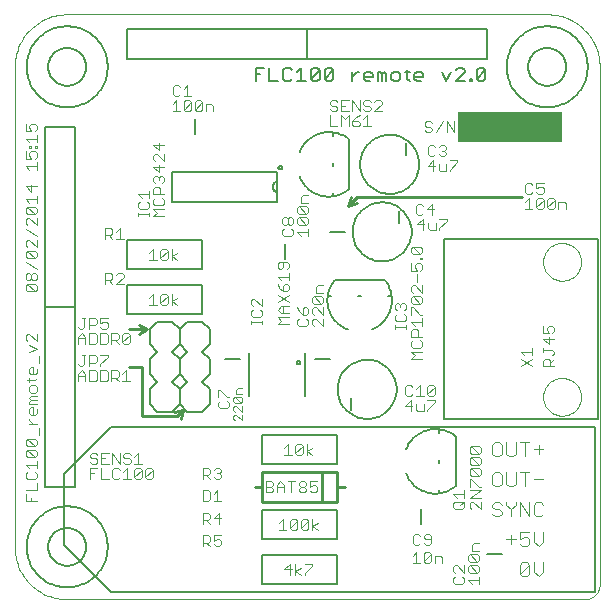
<source format=gto>
G75*
G70*
%OFA0B0*%
%FSLAX24Y24*%
%IPPOS*%
%LPD*%
%AMOC8*
5,1,8,0,0,1.08239X$1,22.5*
%
%ADD10C,0.0000*%
%ADD11C,0.0040*%
%ADD12R,0.3500X0.1000*%
%ADD13C,0.0060*%
%ADD14C,0.0030*%
%ADD15C,0.0100*%
%ADD16C,0.0050*%
%ADD17C,0.0080*%
D10*
X002925Y001175D02*
X020175Y001175D01*
X020219Y001177D01*
X020262Y001183D01*
X020304Y001192D01*
X020346Y001205D01*
X020386Y001222D01*
X020425Y001242D01*
X020462Y001265D01*
X020496Y001292D01*
X020529Y001321D01*
X020558Y001354D01*
X020585Y001388D01*
X020608Y001425D01*
X020628Y001464D01*
X020645Y001504D01*
X020658Y001546D01*
X020667Y001588D01*
X020673Y001631D01*
X020675Y001675D01*
X020675Y018925D01*
X020673Y019008D01*
X020667Y019091D01*
X020657Y019174D01*
X020643Y019256D01*
X020626Y019338D01*
X020604Y019418D01*
X020579Y019497D01*
X020550Y019575D01*
X020517Y019652D01*
X020480Y019727D01*
X020441Y019800D01*
X020397Y019871D01*
X020351Y019940D01*
X020301Y020007D01*
X020248Y020071D01*
X020192Y020133D01*
X020133Y020192D01*
X020071Y020248D01*
X020007Y020301D01*
X019940Y020351D01*
X019871Y020397D01*
X019800Y020441D01*
X019727Y020480D01*
X019652Y020517D01*
X019575Y020550D01*
X019497Y020579D01*
X019418Y020604D01*
X019338Y020626D01*
X019256Y020643D01*
X019174Y020657D01*
X019091Y020667D01*
X019008Y020673D01*
X018925Y020675D01*
X002925Y020675D01*
X002842Y020673D01*
X002759Y020667D01*
X002676Y020657D01*
X002594Y020643D01*
X002512Y020626D01*
X002432Y020604D01*
X002353Y020579D01*
X002275Y020550D01*
X002198Y020517D01*
X002123Y020480D01*
X002050Y020441D01*
X001979Y020397D01*
X001910Y020351D01*
X001843Y020301D01*
X001779Y020248D01*
X001717Y020192D01*
X001658Y020133D01*
X001602Y020071D01*
X001549Y020007D01*
X001499Y019940D01*
X001453Y019871D01*
X001409Y019800D01*
X001370Y019727D01*
X001333Y019652D01*
X001300Y019575D01*
X001271Y019497D01*
X001246Y019418D01*
X001224Y019338D01*
X001207Y019256D01*
X001193Y019174D01*
X001183Y019091D01*
X001177Y019008D01*
X001175Y018925D01*
X001175Y002925D01*
X001177Y002842D01*
X001183Y002759D01*
X001193Y002676D01*
X001207Y002594D01*
X001224Y002512D01*
X001246Y002432D01*
X001271Y002353D01*
X001300Y002275D01*
X001333Y002198D01*
X001370Y002123D01*
X001409Y002050D01*
X001453Y001979D01*
X001499Y001910D01*
X001549Y001843D01*
X001602Y001779D01*
X001658Y001717D01*
X001717Y001658D01*
X001779Y001602D01*
X001843Y001549D01*
X001910Y001499D01*
X001979Y001453D01*
X002050Y001409D01*
X002123Y001370D01*
X002198Y001333D01*
X002275Y001300D01*
X002353Y001271D01*
X002432Y001246D01*
X002512Y001224D01*
X002594Y001207D01*
X002676Y001193D01*
X002759Y001183D01*
X002842Y001177D01*
X002925Y001175D01*
X018795Y007925D02*
X018797Y007975D01*
X018803Y008025D01*
X018813Y008074D01*
X018827Y008122D01*
X018844Y008169D01*
X018865Y008214D01*
X018890Y008258D01*
X018918Y008299D01*
X018950Y008338D01*
X018984Y008375D01*
X019021Y008409D01*
X019061Y008439D01*
X019103Y008466D01*
X019147Y008490D01*
X019193Y008511D01*
X019240Y008527D01*
X019288Y008540D01*
X019338Y008549D01*
X019387Y008554D01*
X019438Y008555D01*
X019488Y008552D01*
X019537Y008545D01*
X019586Y008534D01*
X019634Y008519D01*
X019680Y008501D01*
X019725Y008479D01*
X019768Y008453D01*
X019809Y008424D01*
X019848Y008392D01*
X019884Y008357D01*
X019916Y008319D01*
X019946Y008279D01*
X019973Y008236D01*
X019996Y008192D01*
X020015Y008146D01*
X020031Y008098D01*
X020043Y008049D01*
X020051Y008000D01*
X020055Y007950D01*
X020055Y007900D01*
X020051Y007850D01*
X020043Y007801D01*
X020031Y007752D01*
X020015Y007704D01*
X019996Y007658D01*
X019973Y007614D01*
X019946Y007571D01*
X019916Y007531D01*
X019884Y007493D01*
X019848Y007458D01*
X019809Y007426D01*
X019768Y007397D01*
X019725Y007371D01*
X019680Y007349D01*
X019634Y007331D01*
X019586Y007316D01*
X019537Y007305D01*
X019488Y007298D01*
X019438Y007295D01*
X019387Y007296D01*
X019338Y007301D01*
X019288Y007310D01*
X019240Y007323D01*
X019193Y007339D01*
X019147Y007360D01*
X019103Y007384D01*
X019061Y007411D01*
X019021Y007441D01*
X018984Y007475D01*
X018950Y007512D01*
X018918Y007551D01*
X018890Y007592D01*
X018865Y007636D01*
X018844Y007681D01*
X018827Y007728D01*
X018813Y007776D01*
X018803Y007825D01*
X018797Y007875D01*
X018795Y007925D01*
X018795Y012425D02*
X018797Y012475D01*
X018803Y012525D01*
X018813Y012574D01*
X018827Y012622D01*
X018844Y012669D01*
X018865Y012714D01*
X018890Y012758D01*
X018918Y012799D01*
X018950Y012838D01*
X018984Y012875D01*
X019021Y012909D01*
X019061Y012939D01*
X019103Y012966D01*
X019147Y012990D01*
X019193Y013011D01*
X019240Y013027D01*
X019288Y013040D01*
X019338Y013049D01*
X019387Y013054D01*
X019438Y013055D01*
X019488Y013052D01*
X019537Y013045D01*
X019586Y013034D01*
X019634Y013019D01*
X019680Y013001D01*
X019725Y012979D01*
X019768Y012953D01*
X019809Y012924D01*
X019848Y012892D01*
X019884Y012857D01*
X019916Y012819D01*
X019946Y012779D01*
X019973Y012736D01*
X019996Y012692D01*
X020015Y012646D01*
X020031Y012598D01*
X020043Y012549D01*
X020051Y012500D01*
X020055Y012450D01*
X020055Y012400D01*
X020051Y012350D01*
X020043Y012301D01*
X020031Y012252D01*
X020015Y012204D01*
X019996Y012158D01*
X019973Y012114D01*
X019946Y012071D01*
X019916Y012031D01*
X019884Y011993D01*
X019848Y011958D01*
X019809Y011926D01*
X019768Y011897D01*
X019725Y011871D01*
X019680Y011849D01*
X019634Y011831D01*
X019586Y011816D01*
X019537Y011805D01*
X019488Y011798D01*
X019438Y011795D01*
X019387Y011796D01*
X019338Y011801D01*
X019288Y011810D01*
X019240Y011823D01*
X019193Y011839D01*
X019147Y011860D01*
X019103Y011884D01*
X019061Y011911D01*
X019021Y011941D01*
X018984Y011975D01*
X018950Y012012D01*
X018918Y012051D01*
X018890Y012092D01*
X018865Y012136D01*
X018844Y012181D01*
X018827Y012228D01*
X018813Y012276D01*
X018803Y012325D01*
X018797Y012375D01*
X018795Y012425D01*
D11*
X018743Y014695D02*
X018623Y014695D01*
X018563Y014755D01*
X018563Y014875D02*
X018683Y014935D01*
X018743Y014935D01*
X018804Y014875D01*
X018804Y014755D01*
X018743Y014695D01*
X018563Y014875D02*
X018563Y015055D01*
X018804Y015055D01*
X018435Y014995D02*
X018375Y015055D01*
X018255Y015055D01*
X018195Y014995D01*
X018195Y014755D01*
X018255Y014695D01*
X018375Y014695D01*
X018435Y014755D01*
X015817Y016745D02*
X015817Y017105D01*
X015577Y017105D02*
X015817Y016745D01*
X015577Y016745D02*
X015577Y017105D01*
X015449Y017105D02*
X015208Y016745D01*
X015080Y016805D02*
X015020Y016745D01*
X014900Y016745D01*
X014840Y016805D01*
X014900Y016925D02*
X015020Y016925D01*
X015080Y016865D01*
X015080Y016805D01*
X014900Y016925D02*
X014840Y016985D01*
X014840Y017045D01*
X014900Y017105D01*
X015020Y017105D01*
X015080Y017045D01*
X015125Y016305D02*
X015005Y016305D01*
X014945Y016245D01*
X014945Y016005D01*
X015005Y015945D01*
X015125Y015945D01*
X015185Y016005D01*
X015313Y016005D02*
X015373Y015945D01*
X015493Y015945D01*
X015554Y016005D01*
X015554Y016065D01*
X015493Y016125D01*
X015433Y016125D01*
X015493Y016125D02*
X015554Y016185D01*
X015554Y016245D01*
X015493Y016305D01*
X015373Y016305D01*
X015313Y016245D01*
X015185Y016245D02*
X015125Y016305D01*
X013408Y017445D02*
X013168Y017445D01*
X013408Y017685D01*
X013408Y017745D01*
X013348Y017805D01*
X013228Y017805D01*
X013168Y017745D01*
X013040Y017745D02*
X012980Y017805D01*
X012860Y017805D01*
X012800Y017745D01*
X012800Y017685D01*
X012860Y017625D01*
X012980Y017625D01*
X013040Y017565D01*
X013040Y017505D01*
X012980Y017445D01*
X012860Y017445D01*
X012800Y017505D01*
X012672Y017445D02*
X012432Y017805D01*
X012432Y017445D01*
X012304Y017445D02*
X012063Y017445D01*
X012063Y017805D01*
X012304Y017805D01*
X012183Y017625D02*
X012063Y017625D01*
X011935Y017565D02*
X011935Y017505D01*
X011875Y017445D01*
X011755Y017445D01*
X011695Y017505D01*
X011755Y017625D02*
X011875Y017625D01*
X011935Y017565D01*
X011935Y017745D02*
X011875Y017805D01*
X011755Y017805D01*
X011695Y017745D01*
X011695Y017685D01*
X011755Y017625D01*
X012672Y017445D02*
X012672Y017805D01*
X014605Y014355D02*
X014545Y014295D01*
X014545Y014055D01*
X014605Y013995D01*
X014725Y013995D01*
X014785Y014055D01*
X014913Y014175D02*
X015154Y014175D01*
X015093Y013995D02*
X015093Y014355D01*
X014913Y014175D01*
X014785Y014295D02*
X014725Y014355D01*
X014605Y014355D01*
X014145Y011049D02*
X014205Y010989D01*
X014205Y010869D01*
X014145Y010809D01*
X014145Y010681D02*
X014205Y010621D01*
X014205Y010501D01*
X014145Y010441D01*
X013905Y010441D01*
X013845Y010501D01*
X013845Y010621D01*
X013905Y010681D01*
X013905Y010809D02*
X013845Y010869D01*
X013845Y010989D01*
X013905Y011049D01*
X013965Y011049D01*
X014025Y010989D01*
X014085Y011049D01*
X014145Y011049D01*
X014025Y010989D02*
X014025Y010929D01*
X014205Y010315D02*
X014205Y010195D01*
X014205Y010255D02*
X013845Y010255D01*
X013845Y010195D02*
X013845Y010315D01*
X014255Y008305D02*
X014195Y008245D01*
X014195Y008005D01*
X014255Y007945D01*
X014375Y007945D01*
X014435Y008005D01*
X014563Y007945D02*
X014804Y007945D01*
X014683Y007945D02*
X014683Y008305D01*
X014563Y008185D01*
X014435Y008245D02*
X014375Y008305D01*
X014255Y008305D01*
X014932Y008245D02*
X014932Y008005D01*
X015172Y008245D01*
X015172Y008005D01*
X015112Y007945D01*
X014992Y007945D01*
X014932Y008005D01*
X014932Y008245D02*
X014992Y008305D01*
X015112Y008305D01*
X015172Y008245D01*
X017103Y006329D02*
X017103Y006022D01*
X017180Y005945D01*
X017334Y005945D01*
X017410Y006022D01*
X017410Y006329D01*
X017334Y006405D01*
X017180Y006405D01*
X017103Y006329D01*
X017564Y006405D02*
X017564Y006022D01*
X017641Y005945D01*
X017794Y005945D01*
X017871Y006022D01*
X017871Y006405D01*
X018024Y006405D02*
X018331Y006405D01*
X018178Y006405D02*
X018178Y005945D01*
X018485Y006175D02*
X018792Y006175D01*
X018638Y006329D02*
X018638Y006022D01*
X018331Y005405D02*
X018024Y005405D01*
X017871Y005405D02*
X017871Y005022D01*
X017794Y004945D01*
X017641Y004945D01*
X017564Y005022D01*
X017564Y005405D01*
X017410Y005329D02*
X017334Y005405D01*
X017180Y005405D01*
X017103Y005329D01*
X017103Y005022D01*
X017180Y004945D01*
X017334Y004945D01*
X017410Y005022D01*
X017410Y005329D01*
X018178Y005405D02*
X018178Y004945D01*
X018485Y005175D02*
X018792Y005175D01*
X018715Y004405D02*
X018561Y004405D01*
X018485Y004329D01*
X018485Y004022D01*
X018561Y003945D01*
X018715Y003945D01*
X018792Y004022D01*
X018792Y004329D02*
X018715Y004405D01*
X018331Y004405D02*
X018331Y003945D01*
X018024Y004405D01*
X018024Y003945D01*
X017717Y003945D02*
X017717Y004175D01*
X017871Y004329D01*
X017871Y004405D01*
X017717Y004175D02*
X017564Y004329D01*
X017564Y004405D01*
X017410Y004329D02*
X017334Y004405D01*
X017180Y004405D01*
X017103Y004329D01*
X017103Y004252D01*
X017180Y004175D01*
X017334Y004175D01*
X017410Y004098D01*
X017410Y004022D01*
X017334Y003945D01*
X017180Y003945D01*
X017103Y004022D01*
X017717Y003329D02*
X017717Y003022D01*
X017564Y003175D02*
X017871Y003175D01*
X018024Y003175D02*
X018178Y003252D01*
X018254Y003252D01*
X018331Y003175D01*
X018331Y003022D01*
X018254Y002945D01*
X018101Y002945D01*
X018024Y003022D01*
X018024Y003175D02*
X018024Y003405D01*
X018331Y003405D01*
X018485Y003405D02*
X018485Y003098D01*
X018638Y002945D01*
X018792Y003098D01*
X018792Y003405D01*
X018792Y002405D02*
X018792Y002098D01*
X018638Y001945D01*
X018485Y002098D01*
X018485Y002405D01*
X018331Y002329D02*
X018024Y002022D01*
X018101Y001945D01*
X018254Y001945D01*
X018331Y002022D01*
X018331Y002329D01*
X018254Y002405D01*
X018101Y002405D01*
X018024Y002329D01*
X018024Y002022D01*
X016155Y002063D02*
X015915Y002304D01*
X015855Y002304D01*
X015795Y002243D01*
X015795Y002123D01*
X015855Y002063D01*
X015855Y001935D02*
X015795Y001875D01*
X015795Y001755D01*
X015855Y001695D01*
X016095Y001695D01*
X016155Y001755D01*
X016155Y001875D01*
X016095Y001935D01*
X016155Y002063D02*
X016155Y002304D01*
X015054Y003055D02*
X015054Y003295D01*
X014993Y003355D01*
X014873Y003355D01*
X014813Y003295D01*
X014813Y003235D01*
X014873Y003175D01*
X015054Y003175D01*
X015054Y003055D02*
X014993Y002995D01*
X014873Y002995D01*
X014813Y003055D01*
X014685Y003055D02*
X014625Y002995D01*
X014505Y002995D01*
X014445Y003055D01*
X014445Y003295D01*
X014505Y003355D01*
X014625Y003355D01*
X014685Y003295D01*
X015795Y004255D02*
X015795Y004375D01*
X015855Y004435D01*
X016095Y004435D01*
X016155Y004375D01*
X016155Y004255D01*
X016095Y004195D01*
X015855Y004195D01*
X015795Y004255D01*
X016035Y004315D02*
X016155Y004435D01*
X016155Y004563D02*
X016155Y004804D01*
X016155Y004683D02*
X015795Y004683D01*
X015915Y004563D01*
X018045Y008945D02*
X018405Y009185D01*
X018405Y009313D02*
X018405Y009554D01*
X018405Y009433D02*
X018045Y009433D01*
X018165Y009313D01*
X018045Y009185D02*
X018405Y008945D01*
X010955Y010355D02*
X010955Y010475D01*
X010895Y010535D01*
X010895Y010663D02*
X010955Y010723D01*
X010955Y010843D01*
X010895Y010904D01*
X010835Y010904D01*
X010775Y010843D01*
X010775Y010663D01*
X010895Y010663D01*
X010775Y010663D02*
X010655Y010783D01*
X010595Y010904D01*
X010655Y010535D02*
X010595Y010475D01*
X010595Y010355D01*
X010655Y010295D01*
X010895Y010295D01*
X010955Y010355D01*
X009405Y010345D02*
X009405Y010465D01*
X009405Y010405D02*
X009045Y010405D01*
X009045Y010345D02*
X009045Y010465D01*
X009105Y010591D02*
X009045Y010651D01*
X009045Y010771D01*
X009105Y010831D01*
X009105Y010959D02*
X009045Y011019D01*
X009045Y011139D01*
X009105Y011199D01*
X009165Y011199D01*
X009405Y010959D01*
X009405Y011199D01*
X009345Y010831D02*
X009405Y010771D01*
X009405Y010651D01*
X009345Y010591D01*
X009105Y010591D01*
X008005Y008154D02*
X008245Y007913D01*
X008305Y007913D01*
X008245Y007785D02*
X008305Y007725D01*
X008305Y007605D01*
X008245Y007545D01*
X008005Y007545D01*
X007945Y007605D01*
X007945Y007725D01*
X008005Y007785D01*
X007945Y007913D02*
X007945Y008154D01*
X008005Y008154D01*
X005288Y006055D02*
X005288Y005695D01*
X005168Y005695D02*
X005408Y005695D01*
X005168Y005935D02*
X005288Y006055D01*
X005040Y005995D02*
X004980Y006055D01*
X004860Y006055D01*
X004800Y005995D01*
X004800Y005935D01*
X004860Y005875D01*
X004980Y005875D01*
X005040Y005815D01*
X005040Y005755D01*
X004980Y005695D01*
X004860Y005695D01*
X004800Y005755D01*
X004672Y005695D02*
X004672Y006055D01*
X004432Y006055D02*
X004432Y005695D01*
X004304Y005695D02*
X004063Y005695D01*
X004063Y006055D01*
X004304Y006055D01*
X004432Y006055D02*
X004672Y005695D01*
X004183Y005875D02*
X004063Y005875D01*
X003935Y005815D02*
X003935Y005755D01*
X003875Y005695D01*
X003755Y005695D01*
X003695Y005755D01*
X003755Y005875D02*
X003875Y005875D01*
X003935Y005815D01*
X003935Y005995D02*
X003875Y006055D01*
X003755Y006055D01*
X003695Y005995D01*
X003695Y005935D01*
X003755Y005875D01*
X003663Y008945D02*
X003663Y009305D01*
X003843Y009305D01*
X003904Y009245D01*
X003904Y009125D01*
X003843Y009065D01*
X003663Y009065D01*
X003475Y009005D02*
X003415Y008945D01*
X003355Y008945D01*
X003295Y009005D01*
X003475Y009005D02*
X003475Y009305D01*
X003415Y009305D02*
X003535Y009305D01*
X004032Y009305D02*
X004272Y009305D01*
X004272Y009245D01*
X004032Y009005D01*
X004032Y008945D01*
X004092Y010195D02*
X004032Y010255D01*
X004092Y010195D02*
X004212Y010195D01*
X004272Y010255D01*
X004272Y010375D01*
X004212Y010435D01*
X004152Y010435D01*
X004032Y010375D01*
X004032Y010555D01*
X004272Y010555D01*
X003904Y010495D02*
X003904Y010375D01*
X003843Y010315D01*
X003663Y010315D01*
X003663Y010195D02*
X003663Y010555D01*
X003843Y010555D01*
X003904Y010495D01*
X003535Y010555D02*
X003415Y010555D01*
X003475Y010555D02*
X003475Y010255D01*
X003415Y010195D01*
X003355Y010195D01*
X003295Y010255D01*
X004195Y011695D02*
X004195Y012055D01*
X004375Y012055D01*
X004435Y011995D01*
X004435Y011875D01*
X004375Y011815D01*
X004195Y011815D01*
X004315Y011815D02*
X004435Y011695D01*
X004563Y011695D02*
X004804Y011935D01*
X004804Y011995D01*
X004743Y012055D01*
X004623Y012055D01*
X004563Y011995D01*
X004563Y011695D02*
X004804Y011695D01*
X004804Y013195D02*
X004563Y013195D01*
X004683Y013195D02*
X004683Y013555D01*
X004563Y013435D01*
X004435Y013375D02*
X004375Y013315D01*
X004195Y013315D01*
X004195Y013195D02*
X004195Y013555D01*
X004375Y013555D01*
X004435Y013495D01*
X004435Y013375D01*
X004315Y013315D02*
X004435Y013195D01*
X005295Y013945D02*
X005295Y014065D01*
X005295Y014005D02*
X005655Y014005D01*
X005655Y013945D02*
X005655Y014065D01*
X005595Y014191D02*
X005655Y014251D01*
X005655Y014371D01*
X005595Y014431D01*
X005655Y014559D02*
X005655Y014799D01*
X005655Y014679D02*
X005295Y014679D01*
X005415Y014559D01*
X005355Y014431D02*
X005295Y014371D01*
X005295Y014251D01*
X005355Y014191D01*
X005595Y014191D01*
X006505Y017945D02*
X006625Y017945D01*
X006685Y018005D01*
X006813Y017945D02*
X007054Y017945D01*
X006933Y017945D02*
X006933Y018305D01*
X006813Y018185D01*
X006685Y018245D02*
X006625Y018305D01*
X006505Y018305D01*
X006445Y018245D01*
X006445Y018005D01*
X006505Y017945D01*
X010155Y013904D02*
X010215Y013904D01*
X010275Y013843D01*
X010275Y013723D01*
X010215Y013663D01*
X010155Y013663D01*
X010095Y013723D01*
X010095Y013843D01*
X010155Y013904D01*
X010275Y013843D02*
X010335Y013904D01*
X010395Y013904D01*
X010455Y013843D01*
X010455Y013723D01*
X010395Y013663D01*
X010335Y013663D01*
X010275Y013723D01*
X010395Y013535D02*
X010455Y013475D01*
X010455Y013355D01*
X010395Y013295D01*
X010155Y013295D01*
X010095Y013355D01*
X010095Y013475D01*
X010155Y013535D01*
X007993Y005555D02*
X008054Y005495D01*
X008054Y005435D01*
X007993Y005375D01*
X008054Y005315D01*
X008054Y005255D01*
X007993Y005195D01*
X007873Y005195D01*
X007813Y005255D01*
X007685Y005195D02*
X007565Y005315D01*
X007625Y005315D02*
X007445Y005315D01*
X007445Y005195D02*
X007445Y005555D01*
X007625Y005555D01*
X007685Y005495D01*
X007685Y005375D01*
X007625Y005315D01*
X007813Y005495D02*
X007873Y005555D01*
X007993Y005555D01*
X007993Y005375D02*
X007933Y005375D01*
X007933Y004805D02*
X007813Y004685D01*
X007685Y004745D02*
X007625Y004805D01*
X007445Y004805D01*
X007445Y004445D01*
X007625Y004445D01*
X007685Y004505D01*
X007685Y004745D01*
X007933Y004805D02*
X007933Y004445D01*
X007813Y004445D02*
X008054Y004445D01*
X007993Y004055D02*
X007813Y003875D01*
X008054Y003875D01*
X007993Y003695D02*
X007993Y004055D01*
X007685Y003995D02*
X007685Y003875D01*
X007625Y003815D01*
X007445Y003815D01*
X007445Y003695D02*
X007445Y004055D01*
X007625Y004055D01*
X007685Y003995D01*
X007565Y003815D02*
X007685Y003695D01*
X007625Y003305D02*
X007445Y003305D01*
X007445Y002945D01*
X007445Y003065D02*
X007625Y003065D01*
X007685Y003125D01*
X007685Y003245D01*
X007625Y003305D01*
X007813Y003305D02*
X007813Y003125D01*
X007933Y003185D01*
X007993Y003185D01*
X008054Y003125D01*
X008054Y003005D01*
X007993Y002945D01*
X007873Y002945D01*
X007813Y003005D01*
X007685Y002945D02*
X007565Y003065D01*
X007813Y003305D02*
X008054Y003305D01*
D12*
X017675Y016925D03*
D13*
X016791Y018455D02*
X016645Y018455D01*
X016571Y018528D01*
X016865Y018822D01*
X016865Y018528D01*
X016791Y018455D01*
X016571Y018528D02*
X016571Y018822D01*
X016645Y018895D01*
X016791Y018895D01*
X016865Y018822D01*
X016414Y018528D02*
X016414Y018455D01*
X016341Y018455D01*
X016341Y018528D01*
X016414Y018528D01*
X016174Y018455D02*
X015881Y018455D01*
X016174Y018749D01*
X016174Y018822D01*
X016101Y018895D01*
X015954Y018895D01*
X015881Y018822D01*
X015714Y018749D02*
X015567Y018455D01*
X015420Y018749D01*
X014793Y018675D02*
X014793Y018602D01*
X014500Y018602D01*
X014500Y018675D02*
X014573Y018749D01*
X014720Y018749D01*
X014793Y018675D01*
X014720Y018455D02*
X014573Y018455D01*
X014500Y018528D01*
X014500Y018675D01*
X014339Y018749D02*
X014193Y018749D01*
X014266Y018822D02*
X014266Y018528D01*
X014339Y018455D01*
X014026Y018528D02*
X014026Y018675D01*
X013952Y018749D01*
X013806Y018749D01*
X013732Y018675D01*
X013732Y018528D01*
X013806Y018455D01*
X013952Y018455D01*
X014026Y018528D01*
X013565Y018455D02*
X013565Y018675D01*
X013492Y018749D01*
X013419Y018675D01*
X013419Y018455D01*
X013272Y018455D02*
X013272Y018749D01*
X013345Y018749D01*
X013419Y018675D01*
X013105Y018675D02*
X013105Y018602D01*
X012811Y018602D01*
X012811Y018675D02*
X012885Y018749D01*
X013032Y018749D01*
X013105Y018675D01*
X013032Y018455D02*
X012885Y018455D01*
X012811Y018528D01*
X012811Y018675D01*
X012648Y018749D02*
X012575Y018749D01*
X012428Y018602D01*
X012428Y018455D02*
X012428Y018749D01*
X011801Y018822D02*
X011801Y018528D01*
X011727Y018455D01*
X011580Y018455D01*
X011507Y018528D01*
X011801Y018822D01*
X011727Y018895D01*
X011580Y018895D01*
X011507Y018822D01*
X011507Y018528D01*
X011340Y018528D02*
X011267Y018455D01*
X011120Y018455D01*
X011047Y018528D01*
X011340Y018822D01*
X011340Y018528D01*
X011047Y018528D02*
X011047Y018822D01*
X011120Y018895D01*
X011267Y018895D01*
X011340Y018822D01*
X010880Y018455D02*
X010586Y018455D01*
X010733Y018455D02*
X010733Y018895D01*
X010586Y018749D01*
X010419Y018822D02*
X010346Y018895D01*
X010199Y018895D01*
X010126Y018822D01*
X010126Y018528D01*
X010199Y018455D01*
X010346Y018455D01*
X010419Y018528D01*
X009959Y018455D02*
X009665Y018455D01*
X009665Y018895D01*
X009499Y018895D02*
X009205Y018895D01*
X009205Y018455D01*
X009205Y018675D02*
X009352Y018675D01*
X009925Y015425D02*
X006425Y015425D01*
X006425Y014425D01*
X009925Y014425D01*
X009925Y014725D01*
X009925Y015125D01*
X009925Y015425D01*
X008995Y009385D02*
X008995Y007965D01*
X010855Y007965D02*
X010855Y009385D01*
X001575Y002925D02*
X001577Y002998D01*
X001583Y003071D01*
X001593Y003143D01*
X001607Y003215D01*
X001624Y003286D01*
X001646Y003356D01*
X001671Y003425D01*
X001700Y003492D01*
X001732Y003557D01*
X001768Y003621D01*
X001808Y003683D01*
X001850Y003742D01*
X001896Y003799D01*
X001945Y003853D01*
X001997Y003905D01*
X002051Y003954D01*
X002108Y004000D01*
X002167Y004042D01*
X002229Y004082D01*
X002293Y004118D01*
X002358Y004150D01*
X002425Y004179D01*
X002494Y004204D01*
X002564Y004226D01*
X002635Y004243D01*
X002707Y004257D01*
X002779Y004267D01*
X002852Y004273D01*
X002925Y004275D01*
X002998Y004273D01*
X003071Y004267D01*
X003143Y004257D01*
X003215Y004243D01*
X003286Y004226D01*
X003356Y004204D01*
X003425Y004179D01*
X003492Y004150D01*
X003557Y004118D01*
X003621Y004082D01*
X003683Y004042D01*
X003742Y004000D01*
X003799Y003954D01*
X003853Y003905D01*
X003905Y003853D01*
X003954Y003799D01*
X004000Y003742D01*
X004042Y003683D01*
X004082Y003621D01*
X004118Y003557D01*
X004150Y003492D01*
X004179Y003425D01*
X004204Y003356D01*
X004226Y003286D01*
X004243Y003215D01*
X004257Y003143D01*
X004267Y003071D01*
X004273Y002998D01*
X004275Y002925D01*
X004273Y002852D01*
X004267Y002779D01*
X004257Y002707D01*
X004243Y002635D01*
X004226Y002564D01*
X004204Y002494D01*
X004179Y002425D01*
X004150Y002358D01*
X004118Y002293D01*
X004082Y002229D01*
X004042Y002167D01*
X004000Y002108D01*
X003954Y002051D01*
X003905Y001997D01*
X003853Y001945D01*
X003799Y001896D01*
X003742Y001850D01*
X003683Y001808D01*
X003621Y001768D01*
X003557Y001732D01*
X003492Y001700D01*
X003425Y001671D01*
X003356Y001646D01*
X003286Y001624D01*
X003215Y001607D01*
X003143Y001593D01*
X003071Y001583D01*
X002998Y001577D01*
X002925Y001575D01*
X002852Y001577D01*
X002779Y001583D01*
X002707Y001593D01*
X002635Y001607D01*
X002564Y001624D01*
X002494Y001646D01*
X002425Y001671D01*
X002358Y001700D01*
X002293Y001732D01*
X002229Y001768D01*
X002167Y001808D01*
X002108Y001850D01*
X002051Y001896D01*
X001997Y001945D01*
X001945Y001997D01*
X001896Y002051D01*
X001850Y002108D01*
X001808Y002167D01*
X001768Y002229D01*
X001732Y002293D01*
X001700Y002358D01*
X001671Y002425D01*
X001646Y002494D01*
X001624Y002564D01*
X001607Y002635D01*
X001593Y002707D01*
X001583Y002779D01*
X001577Y002852D01*
X001575Y002925D01*
X001575Y018925D02*
X001577Y018998D01*
X001583Y019071D01*
X001593Y019143D01*
X001607Y019215D01*
X001624Y019286D01*
X001646Y019356D01*
X001671Y019425D01*
X001700Y019492D01*
X001732Y019557D01*
X001768Y019621D01*
X001808Y019683D01*
X001850Y019742D01*
X001896Y019799D01*
X001945Y019853D01*
X001997Y019905D01*
X002051Y019954D01*
X002108Y020000D01*
X002167Y020042D01*
X002229Y020082D01*
X002293Y020118D01*
X002358Y020150D01*
X002425Y020179D01*
X002494Y020204D01*
X002564Y020226D01*
X002635Y020243D01*
X002707Y020257D01*
X002779Y020267D01*
X002852Y020273D01*
X002925Y020275D01*
X002998Y020273D01*
X003071Y020267D01*
X003143Y020257D01*
X003215Y020243D01*
X003286Y020226D01*
X003356Y020204D01*
X003425Y020179D01*
X003492Y020150D01*
X003557Y020118D01*
X003621Y020082D01*
X003683Y020042D01*
X003742Y020000D01*
X003799Y019954D01*
X003853Y019905D01*
X003905Y019853D01*
X003954Y019799D01*
X004000Y019742D01*
X004042Y019683D01*
X004082Y019621D01*
X004118Y019557D01*
X004150Y019492D01*
X004179Y019425D01*
X004204Y019356D01*
X004226Y019286D01*
X004243Y019215D01*
X004257Y019143D01*
X004267Y019071D01*
X004273Y018998D01*
X004275Y018925D01*
X004273Y018852D01*
X004267Y018779D01*
X004257Y018707D01*
X004243Y018635D01*
X004226Y018564D01*
X004204Y018494D01*
X004179Y018425D01*
X004150Y018358D01*
X004118Y018293D01*
X004082Y018229D01*
X004042Y018167D01*
X004000Y018108D01*
X003954Y018051D01*
X003905Y017997D01*
X003853Y017945D01*
X003799Y017896D01*
X003742Y017850D01*
X003683Y017808D01*
X003621Y017768D01*
X003557Y017732D01*
X003492Y017700D01*
X003425Y017671D01*
X003356Y017646D01*
X003286Y017624D01*
X003215Y017607D01*
X003143Y017593D01*
X003071Y017583D01*
X002998Y017577D01*
X002925Y017575D01*
X002852Y017577D01*
X002779Y017583D01*
X002707Y017593D01*
X002635Y017607D01*
X002564Y017624D01*
X002494Y017646D01*
X002425Y017671D01*
X002358Y017700D01*
X002293Y017732D01*
X002229Y017768D01*
X002167Y017808D01*
X002108Y017850D01*
X002051Y017896D01*
X001997Y017945D01*
X001945Y017997D01*
X001896Y018051D01*
X001850Y018108D01*
X001808Y018167D01*
X001768Y018229D01*
X001732Y018293D01*
X001700Y018358D01*
X001671Y018425D01*
X001646Y018494D01*
X001624Y018564D01*
X001607Y018635D01*
X001593Y018707D01*
X001583Y018779D01*
X001577Y018852D01*
X001575Y018925D01*
X017575Y018925D02*
X017577Y018998D01*
X017583Y019071D01*
X017593Y019143D01*
X017607Y019215D01*
X017624Y019286D01*
X017646Y019356D01*
X017671Y019425D01*
X017700Y019492D01*
X017732Y019557D01*
X017768Y019621D01*
X017808Y019683D01*
X017850Y019742D01*
X017896Y019799D01*
X017945Y019853D01*
X017997Y019905D01*
X018051Y019954D01*
X018108Y020000D01*
X018167Y020042D01*
X018229Y020082D01*
X018293Y020118D01*
X018358Y020150D01*
X018425Y020179D01*
X018494Y020204D01*
X018564Y020226D01*
X018635Y020243D01*
X018707Y020257D01*
X018779Y020267D01*
X018852Y020273D01*
X018925Y020275D01*
X018998Y020273D01*
X019071Y020267D01*
X019143Y020257D01*
X019215Y020243D01*
X019286Y020226D01*
X019356Y020204D01*
X019425Y020179D01*
X019492Y020150D01*
X019557Y020118D01*
X019621Y020082D01*
X019683Y020042D01*
X019742Y020000D01*
X019799Y019954D01*
X019853Y019905D01*
X019905Y019853D01*
X019954Y019799D01*
X020000Y019742D01*
X020042Y019683D01*
X020082Y019621D01*
X020118Y019557D01*
X020150Y019492D01*
X020179Y019425D01*
X020204Y019356D01*
X020226Y019286D01*
X020243Y019215D01*
X020257Y019143D01*
X020267Y019071D01*
X020273Y018998D01*
X020275Y018925D01*
X020273Y018852D01*
X020267Y018779D01*
X020257Y018707D01*
X020243Y018635D01*
X020226Y018564D01*
X020204Y018494D01*
X020179Y018425D01*
X020150Y018358D01*
X020118Y018293D01*
X020082Y018229D01*
X020042Y018167D01*
X020000Y018108D01*
X019954Y018051D01*
X019905Y017997D01*
X019853Y017945D01*
X019799Y017896D01*
X019742Y017850D01*
X019683Y017808D01*
X019621Y017768D01*
X019557Y017732D01*
X019492Y017700D01*
X019425Y017671D01*
X019356Y017646D01*
X019286Y017624D01*
X019215Y017607D01*
X019143Y017593D01*
X019071Y017583D01*
X018998Y017577D01*
X018925Y017575D01*
X018852Y017577D01*
X018779Y017583D01*
X018707Y017593D01*
X018635Y017607D01*
X018564Y017624D01*
X018494Y017646D01*
X018425Y017671D01*
X018358Y017700D01*
X018293Y017732D01*
X018229Y017768D01*
X018167Y017808D01*
X018108Y017850D01*
X018051Y017896D01*
X017997Y017945D01*
X017945Y017997D01*
X017896Y018051D01*
X017850Y018108D01*
X017808Y018167D01*
X017768Y018229D01*
X017732Y018293D01*
X017700Y018358D01*
X017671Y018425D01*
X017646Y018494D01*
X017624Y018564D01*
X017607Y018635D01*
X017593Y018707D01*
X017583Y018779D01*
X017577Y018852D01*
X017575Y018925D01*
D14*
X015924Y015810D02*
X015677Y015810D01*
X015555Y015687D02*
X015555Y015440D01*
X015370Y015440D01*
X015308Y015502D01*
X015308Y015687D01*
X015187Y015625D02*
X014940Y015625D01*
X015125Y015810D01*
X015125Y015440D01*
X015677Y015440D02*
X015677Y015502D01*
X015924Y015749D01*
X015924Y015810D01*
X015574Y013860D02*
X015327Y013860D01*
X015205Y013737D02*
X015205Y013490D01*
X015020Y013490D01*
X014958Y013552D01*
X014958Y013737D01*
X014837Y013675D02*
X014590Y013675D01*
X014775Y013860D01*
X014775Y013490D01*
X015327Y013490D02*
X015327Y013552D01*
X015574Y013799D01*
X015574Y013860D01*
X014698Y012936D02*
X014760Y012874D01*
X014760Y012751D01*
X014698Y012689D01*
X014451Y012936D01*
X014698Y012936D01*
X014451Y012936D02*
X014390Y012874D01*
X014390Y012751D01*
X014451Y012689D01*
X014698Y012689D01*
X014698Y012567D02*
X014760Y012567D01*
X014760Y012505D01*
X014698Y012505D01*
X014698Y012567D01*
X014698Y012383D02*
X014760Y012322D01*
X014760Y012198D01*
X014698Y012137D01*
X014575Y012137D02*
X014513Y012260D01*
X014513Y012322D01*
X014575Y012383D01*
X014698Y012383D01*
X014575Y012137D02*
X014390Y012137D01*
X014390Y012383D01*
X014575Y012015D02*
X014575Y011768D01*
X014513Y011647D02*
X014760Y011400D01*
X014760Y011647D01*
X014513Y011647D02*
X014451Y011647D01*
X014390Y011585D01*
X014390Y011462D01*
X014451Y011400D01*
X014451Y011278D02*
X014698Y011032D01*
X014760Y011093D01*
X014760Y011217D01*
X014698Y011278D01*
X014451Y011278D01*
X014390Y011217D01*
X014390Y011093D01*
X014451Y011032D01*
X014698Y011032D01*
X014451Y010910D02*
X014698Y010663D01*
X014760Y010663D01*
X014760Y010542D02*
X014760Y010295D01*
X014760Y010418D02*
X014390Y010418D01*
X014513Y010295D01*
X014451Y010174D02*
X014575Y010174D01*
X014637Y010112D01*
X014637Y009927D01*
X014760Y009927D02*
X014390Y009927D01*
X014390Y010112D01*
X014451Y010174D01*
X014451Y009805D02*
X014390Y009743D01*
X014390Y009620D01*
X014451Y009558D01*
X014698Y009558D01*
X014760Y009620D01*
X014760Y009743D01*
X014698Y009805D01*
X014760Y009437D02*
X014390Y009437D01*
X014513Y009313D01*
X014390Y009190D01*
X014760Y009190D01*
X014390Y010663D02*
X014390Y010910D01*
X014451Y010910D01*
X011460Y010905D02*
X011460Y010658D01*
X011213Y010905D01*
X011151Y010905D01*
X011090Y010843D01*
X011090Y010720D01*
X011151Y010658D01*
X011151Y010537D02*
X011090Y010475D01*
X011090Y010352D01*
X011151Y010290D01*
X011151Y010537D02*
X011213Y010537D01*
X011460Y010290D01*
X011460Y010537D01*
X011398Y011027D02*
X011151Y011027D01*
X011090Y011088D01*
X011090Y011212D01*
X011151Y011274D01*
X011398Y011027D01*
X011460Y011088D01*
X011460Y011212D01*
X011398Y011274D01*
X011151Y011274D01*
X011213Y011395D02*
X011213Y011580D01*
X011275Y011642D01*
X011460Y011642D01*
X011460Y011395D02*
X011213Y011395D01*
X010310Y011324D02*
X009940Y011077D01*
X010063Y010955D02*
X009940Y010832D01*
X010063Y010708D01*
X010310Y010708D01*
X010310Y010587D02*
X009940Y010587D01*
X010063Y010463D01*
X009940Y010340D01*
X010310Y010340D01*
X010125Y010708D02*
X010125Y010955D01*
X010063Y010955D02*
X010310Y010955D01*
X010310Y011077D02*
X009940Y011324D01*
X010125Y011445D02*
X010001Y011568D01*
X009940Y011692D01*
X010063Y011813D02*
X009940Y011937D01*
X010310Y011937D01*
X010310Y012060D02*
X010310Y011813D01*
X010248Y011692D02*
X010187Y011692D01*
X010125Y011630D01*
X010125Y011445D01*
X010248Y011445D01*
X010310Y011507D01*
X010310Y011630D01*
X010248Y011692D01*
X010248Y012182D02*
X010310Y012243D01*
X010310Y012367D01*
X010248Y012428D01*
X010001Y012428D01*
X009940Y012367D01*
X009940Y012243D01*
X010001Y012182D01*
X010063Y012182D01*
X010125Y012243D01*
X010125Y012428D01*
X010713Y013290D02*
X010590Y013413D01*
X010960Y013413D01*
X010960Y013290D02*
X010960Y013537D01*
X010898Y013658D02*
X010651Y013905D01*
X010898Y013905D01*
X010960Y013843D01*
X010960Y013720D01*
X010898Y013658D01*
X010651Y013658D01*
X010590Y013720D01*
X010590Y013843D01*
X010651Y013905D01*
X010651Y014027D02*
X010590Y014088D01*
X010590Y014212D01*
X010651Y014274D01*
X010898Y014027D01*
X010960Y014088D01*
X010960Y014212D01*
X010898Y014274D01*
X010651Y014274D01*
X010713Y014395D02*
X010713Y014580D01*
X010775Y014642D01*
X010960Y014642D01*
X010960Y014395D02*
X010713Y014395D01*
X010651Y014027D02*
X010898Y014027D01*
X011690Y016940D02*
X011937Y016940D01*
X012058Y016940D02*
X012058Y017310D01*
X012182Y017187D01*
X012305Y017310D01*
X012305Y016940D01*
X012427Y017002D02*
X012427Y017125D01*
X012612Y017125D01*
X012674Y017063D01*
X012674Y017002D01*
X012612Y016940D01*
X012488Y016940D01*
X012427Y017002D01*
X012427Y017125D02*
X012550Y017249D01*
X012674Y017310D01*
X012795Y017187D02*
X012918Y017310D01*
X012918Y016940D01*
X012795Y016940D02*
X013042Y016940D01*
X011690Y016940D02*
X011690Y017310D01*
X007792Y017440D02*
X007792Y017625D01*
X007730Y017687D01*
X007545Y017687D01*
X007545Y017440D01*
X007424Y017502D02*
X007362Y017440D01*
X007238Y017440D01*
X007177Y017502D01*
X007424Y017749D01*
X007424Y017502D01*
X007424Y017749D02*
X007362Y017810D01*
X007238Y017810D01*
X007177Y017749D01*
X007177Y017502D01*
X007055Y017502D02*
X006993Y017440D01*
X006870Y017440D01*
X006808Y017502D01*
X007055Y017749D01*
X007055Y017502D01*
X007055Y017749D02*
X006993Y017810D01*
X006870Y017810D01*
X006808Y017749D01*
X006808Y017502D01*
X006687Y017440D02*
X006440Y017440D01*
X006563Y017440D02*
X006563Y017810D01*
X006440Y017687D01*
X005975Y016397D02*
X005975Y016150D01*
X005790Y016335D01*
X006160Y016335D01*
X006160Y016028D02*
X006160Y015782D01*
X005913Y016028D01*
X005851Y016028D01*
X005790Y015967D01*
X005790Y015843D01*
X005851Y015782D01*
X005975Y015660D02*
X005975Y015413D01*
X005790Y015598D01*
X006160Y015598D01*
X006098Y015292D02*
X006160Y015230D01*
X006160Y015107D01*
X006098Y015045D01*
X005975Y014924D02*
X006037Y014862D01*
X006037Y014677D01*
X006160Y014677D02*
X005790Y014677D01*
X005790Y014862D01*
X005851Y014924D01*
X005975Y014924D01*
X005851Y015045D02*
X005790Y015107D01*
X005790Y015230D01*
X005851Y015292D01*
X005913Y015292D01*
X005975Y015230D01*
X006037Y015292D01*
X006098Y015292D01*
X005975Y015230D02*
X005975Y015168D01*
X006098Y014555D02*
X006160Y014493D01*
X006160Y014370D01*
X006098Y014308D01*
X005851Y014308D01*
X005790Y014370D01*
X005790Y014493D01*
X005851Y014555D01*
X005790Y014187D02*
X006160Y014187D01*
X006160Y013940D02*
X005790Y013940D01*
X005913Y014063D01*
X005790Y014187D01*
X005792Y012860D02*
X005668Y012737D01*
X005792Y012860D02*
X005792Y012490D01*
X005915Y012490D02*
X005668Y012490D01*
X006037Y012552D02*
X006283Y012799D01*
X006283Y012552D01*
X006222Y012490D01*
X006098Y012490D01*
X006037Y012552D01*
X006037Y012799D01*
X006098Y012860D01*
X006222Y012860D01*
X006283Y012799D01*
X006405Y012860D02*
X006405Y012490D01*
X006405Y012613D02*
X006590Y012737D01*
X006405Y012613D02*
X006590Y012490D01*
X006405Y011360D02*
X006405Y010990D01*
X006405Y011113D02*
X006590Y011237D01*
X006405Y011113D02*
X006590Y010990D01*
X006283Y011052D02*
X006283Y011299D01*
X006037Y011052D01*
X006098Y010990D01*
X006222Y010990D01*
X006283Y011052D01*
X006037Y011052D02*
X006037Y011299D01*
X006098Y011360D01*
X006222Y011360D01*
X006283Y011299D01*
X005915Y010990D02*
X005668Y010990D01*
X005792Y010990D02*
X005792Y011360D01*
X005668Y011237D01*
X004948Y010060D02*
X005010Y009999D01*
X004763Y009752D01*
X004825Y009690D01*
X004948Y009690D01*
X005010Y009752D01*
X005010Y009999D01*
X004948Y010060D02*
X004825Y010060D01*
X004763Y009999D01*
X004763Y009752D01*
X004642Y009690D02*
X004518Y009813D01*
X004580Y009813D02*
X004395Y009813D01*
X004395Y009690D02*
X004395Y010060D01*
X004580Y010060D01*
X004642Y009999D01*
X004642Y009875D01*
X004580Y009813D01*
X004274Y009752D02*
X004274Y009999D01*
X004212Y010060D01*
X004027Y010060D01*
X004027Y009690D01*
X004212Y009690D01*
X004274Y009752D01*
X003905Y009752D02*
X003905Y009999D01*
X003843Y010060D01*
X003658Y010060D01*
X003658Y009690D01*
X003843Y009690D01*
X003905Y009752D01*
X003537Y009690D02*
X003537Y009937D01*
X003413Y010060D01*
X003290Y009937D01*
X003290Y009690D01*
X003290Y009875D02*
X003537Y009875D01*
X003658Y008810D02*
X003843Y008810D01*
X003905Y008749D01*
X003905Y008502D01*
X003843Y008440D01*
X003658Y008440D01*
X003658Y008810D01*
X003537Y008687D02*
X003537Y008440D01*
X003537Y008625D02*
X003290Y008625D01*
X003290Y008687D02*
X003413Y008810D01*
X003537Y008687D01*
X003290Y008687D02*
X003290Y008440D01*
X004027Y008440D02*
X004212Y008440D01*
X004274Y008502D01*
X004274Y008749D01*
X004212Y008810D01*
X004027Y008810D01*
X004027Y008440D01*
X004395Y008440D02*
X004395Y008810D01*
X004580Y008810D01*
X004642Y008749D01*
X004642Y008625D01*
X004580Y008563D01*
X004395Y008563D01*
X004518Y008563D02*
X004642Y008440D01*
X004763Y008440D02*
X005010Y008440D01*
X004887Y008440D02*
X004887Y008810D01*
X004763Y008687D01*
X001972Y009044D02*
X001972Y009291D01*
X001910Y009536D02*
X001663Y009659D01*
X001601Y009781D02*
X001540Y009842D01*
X001540Y009966D01*
X001601Y010027D01*
X001663Y010027D01*
X001910Y009781D01*
X001910Y010027D01*
X001910Y009536D02*
X001663Y009412D01*
X001725Y008922D02*
X001663Y008861D01*
X001663Y008737D01*
X001725Y008676D01*
X001848Y008676D01*
X001910Y008737D01*
X001910Y008861D01*
X001787Y008922D02*
X001787Y008676D01*
X001910Y008554D02*
X001848Y008492D01*
X001601Y008492D01*
X001663Y008430D02*
X001663Y008554D01*
X001725Y008309D02*
X001663Y008247D01*
X001663Y008123D01*
X001725Y008062D01*
X001848Y008062D01*
X001910Y008123D01*
X001910Y008247D01*
X001848Y008309D01*
X001725Y008309D01*
X001725Y007940D02*
X001663Y007879D01*
X001725Y007817D01*
X001910Y007817D01*
X001910Y007940D02*
X001725Y007940D01*
X001725Y007817D02*
X001663Y007755D01*
X001663Y007693D01*
X001910Y007693D01*
X001787Y007572D02*
X001787Y007325D01*
X001848Y007325D02*
X001725Y007325D01*
X001663Y007387D01*
X001663Y007510D01*
X001725Y007572D01*
X001787Y007572D01*
X001910Y007510D02*
X001910Y007387D01*
X001848Y007325D01*
X001663Y007203D02*
X001663Y007142D01*
X001787Y007018D01*
X001910Y007018D02*
X001663Y007018D01*
X001972Y006897D02*
X001972Y006650D01*
X001848Y006528D02*
X001910Y006467D01*
X001910Y006343D01*
X001848Y006282D01*
X001601Y006528D01*
X001848Y006528D01*
X001848Y006282D02*
X001601Y006282D01*
X001540Y006343D01*
X001540Y006467D01*
X001601Y006528D01*
X001601Y006160D02*
X001848Y005913D01*
X001910Y005975D01*
X001910Y006098D01*
X001848Y006160D01*
X001601Y006160D01*
X001540Y006098D01*
X001540Y005975D01*
X001601Y005913D01*
X001848Y005913D01*
X001910Y005792D02*
X001910Y005545D01*
X001910Y005668D02*
X001540Y005668D01*
X001663Y005545D01*
X001601Y005424D02*
X001540Y005362D01*
X001540Y005238D01*
X001601Y005177D01*
X001848Y005177D01*
X001910Y005238D01*
X001910Y005362D01*
X001848Y005424D01*
X001910Y005055D02*
X001910Y004808D01*
X001540Y004808D01*
X001540Y004687D02*
X001540Y004440D01*
X001910Y004440D01*
X001725Y004440D02*
X001725Y004563D01*
X003690Y005190D02*
X003690Y005560D01*
X003937Y005560D01*
X004058Y005560D02*
X004058Y005190D01*
X004305Y005190D01*
X004427Y005252D02*
X004488Y005190D01*
X004612Y005190D01*
X004674Y005252D01*
X004795Y005190D02*
X005042Y005190D01*
X004918Y005190D02*
X004918Y005560D01*
X004795Y005437D01*
X004674Y005499D02*
X004612Y005560D01*
X004488Y005560D01*
X004427Y005499D01*
X004427Y005252D01*
X003813Y005375D02*
X003690Y005375D01*
X005163Y005252D02*
X005225Y005190D01*
X005348Y005190D01*
X005410Y005252D01*
X005410Y005499D01*
X005163Y005252D01*
X005163Y005499D01*
X005225Y005560D01*
X005348Y005560D01*
X005410Y005499D01*
X005532Y005499D02*
X005532Y005252D01*
X005778Y005499D01*
X005778Y005252D01*
X005717Y005190D01*
X005593Y005190D01*
X005532Y005252D01*
X005532Y005499D02*
X005593Y005560D01*
X005717Y005560D01*
X005778Y005499D01*
X008470Y007188D02*
X008518Y007140D01*
X008470Y007188D02*
X008470Y007285D01*
X008518Y007333D01*
X008567Y007333D01*
X008760Y007140D01*
X008760Y007333D01*
X008760Y007435D02*
X008567Y007628D01*
X008518Y007628D01*
X008470Y007580D01*
X008470Y007483D01*
X008518Y007435D01*
X008760Y007435D02*
X008760Y007628D01*
X008712Y007729D02*
X008518Y007729D01*
X008470Y007778D01*
X008470Y007874D01*
X008518Y007923D01*
X008712Y007729D01*
X008760Y007778D01*
X008760Y007874D01*
X008712Y007923D01*
X008518Y007923D01*
X008567Y008024D02*
X008567Y008169D01*
X008615Y008217D01*
X008760Y008217D01*
X008760Y008024D02*
X008567Y008024D01*
X010292Y006360D02*
X010168Y006237D01*
X010292Y006360D02*
X010292Y005990D01*
X010415Y005990D02*
X010168Y005990D01*
X010537Y006052D02*
X010783Y006299D01*
X010783Y006052D01*
X010722Y005990D01*
X010598Y005990D01*
X010537Y006052D01*
X010537Y006299D01*
X010598Y006360D01*
X010722Y006360D01*
X010783Y006299D01*
X010905Y006360D02*
X010905Y005990D01*
X010905Y006113D02*
X011090Y006237D01*
X010905Y006113D02*
X011090Y005990D01*
X011013Y005110D02*
X011013Y004925D01*
X011137Y004987D01*
X011198Y004987D01*
X011260Y004925D01*
X011260Y004802D01*
X011198Y004740D01*
X011075Y004740D01*
X011013Y004802D01*
X010892Y004802D02*
X010892Y004863D01*
X010830Y004925D01*
X010707Y004925D01*
X010645Y004987D01*
X010645Y005049D01*
X010707Y005110D01*
X010830Y005110D01*
X010892Y005049D01*
X010892Y004987D01*
X010830Y004925D01*
X010707Y004925D02*
X010645Y004863D01*
X010645Y004802D01*
X010707Y004740D01*
X010830Y004740D01*
X010892Y004802D01*
X011013Y005110D02*
X011260Y005110D01*
X010524Y005110D02*
X010277Y005110D01*
X010400Y005110D02*
X010400Y004740D01*
X010155Y004740D02*
X010155Y004987D01*
X010032Y005110D01*
X009908Y004987D01*
X009908Y004740D01*
X009787Y004802D02*
X009725Y004740D01*
X009540Y004740D01*
X009540Y005110D01*
X009725Y005110D01*
X009787Y005049D01*
X009787Y004987D01*
X009725Y004925D01*
X009540Y004925D01*
X009725Y004925D02*
X009787Y004863D01*
X009787Y004802D01*
X009908Y004925D02*
X010155Y004925D01*
X010108Y003860D02*
X009984Y003737D01*
X010108Y003860D02*
X010108Y003490D01*
X010231Y003490D02*
X009984Y003490D01*
X010352Y003552D02*
X010352Y003799D01*
X010414Y003860D01*
X010538Y003860D01*
X010599Y003799D01*
X010352Y003552D01*
X010414Y003490D01*
X010538Y003490D01*
X010599Y003552D01*
X010599Y003799D01*
X010721Y003799D02*
X010721Y003552D01*
X010968Y003799D01*
X010968Y003552D01*
X010906Y003490D01*
X010782Y003490D01*
X010721Y003552D01*
X010721Y003799D02*
X010782Y003860D01*
X010906Y003860D01*
X010968Y003799D01*
X011089Y003860D02*
X011089Y003490D01*
X011089Y003613D02*
X011274Y003737D01*
X011089Y003613D02*
X011274Y003490D01*
X011090Y002360D02*
X010843Y002360D01*
X010722Y002237D02*
X010537Y002113D01*
X010722Y001990D01*
X010843Y001990D02*
X010843Y002052D01*
X011090Y002299D01*
X011090Y002360D01*
X010537Y002360D02*
X010537Y001990D01*
X010353Y001990D02*
X010353Y002360D01*
X010168Y002175D01*
X010415Y002175D01*
X014440Y002390D02*
X014687Y002390D01*
X014563Y002390D02*
X014563Y002760D01*
X014440Y002637D01*
X014808Y002699D02*
X014808Y002452D01*
X015055Y002699D01*
X015055Y002452D01*
X014993Y002390D01*
X014870Y002390D01*
X014808Y002452D01*
X014808Y002699D02*
X014870Y002760D01*
X014993Y002760D01*
X015055Y002699D01*
X015177Y002637D02*
X015362Y002637D01*
X015424Y002575D01*
X015424Y002390D01*
X015177Y002390D02*
X015177Y002637D01*
X016290Y002612D02*
X016351Y002674D01*
X016598Y002427D01*
X016660Y002488D01*
X016660Y002612D01*
X016598Y002674D01*
X016351Y002674D01*
X016290Y002612D02*
X016290Y002488D01*
X016351Y002427D01*
X016598Y002427D01*
X016598Y002305D02*
X016351Y002305D01*
X016598Y002058D01*
X016660Y002120D01*
X016660Y002243D01*
X016598Y002305D01*
X016351Y002305D02*
X016290Y002243D01*
X016290Y002120D01*
X016351Y002058D01*
X016598Y002058D01*
X016660Y001937D02*
X016660Y001690D01*
X016660Y001813D02*
X016290Y001813D01*
X016413Y001690D01*
X016413Y002795D02*
X016413Y002980D01*
X016475Y003042D01*
X016660Y003042D01*
X016660Y002795D02*
X016413Y002795D01*
X016401Y004190D02*
X016340Y004252D01*
X016340Y004375D01*
X016401Y004437D01*
X016463Y004437D01*
X016710Y004190D01*
X016710Y004437D01*
X016710Y004558D02*
X016340Y004558D01*
X016710Y004805D01*
X016340Y004805D01*
X016340Y004927D02*
X016340Y005174D01*
X016401Y005174D01*
X016648Y004927D01*
X016710Y004927D01*
X016648Y005295D02*
X016401Y005295D01*
X016340Y005357D01*
X016340Y005480D01*
X016401Y005542D01*
X016648Y005295D01*
X016710Y005357D01*
X016710Y005480D01*
X016648Y005542D01*
X016401Y005542D01*
X016401Y005663D02*
X016340Y005725D01*
X016340Y005848D01*
X016401Y005910D01*
X016648Y005663D01*
X016710Y005725D01*
X016710Y005848D01*
X016648Y005910D01*
X016401Y005910D01*
X016401Y006032D02*
X016340Y006093D01*
X016340Y006217D01*
X016401Y006278D01*
X016648Y006032D01*
X016710Y006093D01*
X016710Y006217D01*
X016648Y006278D01*
X016401Y006278D01*
X016401Y006032D02*
X016648Y006032D01*
X016648Y005663D02*
X016401Y005663D01*
X014927Y007440D02*
X014927Y007502D01*
X015174Y007749D01*
X015174Y007810D01*
X014927Y007810D01*
X014805Y007687D02*
X014805Y007440D01*
X014620Y007440D01*
X014558Y007502D01*
X014558Y007687D01*
X014437Y007625D02*
X014190Y007625D01*
X014375Y007810D01*
X014375Y007440D01*
X018790Y008940D02*
X018790Y009125D01*
X018851Y009187D01*
X018975Y009187D01*
X019037Y009125D01*
X019037Y008940D01*
X019160Y008940D02*
X018790Y008940D01*
X019037Y009063D02*
X019160Y009187D01*
X019098Y009308D02*
X019160Y009370D01*
X019160Y009432D01*
X019098Y009493D01*
X018790Y009493D01*
X018790Y009432D02*
X018790Y009555D01*
X018975Y009677D02*
X018975Y009924D01*
X018975Y010045D02*
X018913Y010168D01*
X018913Y010230D01*
X018975Y010292D01*
X019098Y010292D01*
X019160Y010230D01*
X019160Y010107D01*
X019098Y010045D01*
X018975Y010045D02*
X018790Y010045D01*
X018790Y010292D01*
X018790Y009862D02*
X018975Y009677D01*
X019160Y009862D02*
X018790Y009862D01*
X018743Y014190D02*
X018620Y014190D01*
X018558Y014252D01*
X018805Y014499D01*
X018805Y014252D01*
X018743Y014190D01*
X018927Y014252D02*
X019174Y014499D01*
X019174Y014252D01*
X019112Y014190D01*
X018988Y014190D01*
X018927Y014252D01*
X018927Y014499D01*
X018988Y014560D01*
X019112Y014560D01*
X019174Y014499D01*
X019295Y014437D02*
X019480Y014437D01*
X019542Y014375D01*
X019542Y014190D01*
X019295Y014190D02*
X019295Y014437D01*
X018805Y014499D02*
X018743Y014560D01*
X018620Y014560D01*
X018558Y014499D01*
X018558Y014252D01*
X018437Y014190D02*
X018190Y014190D01*
X018313Y014190D02*
X018313Y014560D01*
X018190Y014437D01*
X001910Y014387D02*
X001910Y014633D01*
X001910Y014510D02*
X001540Y014510D01*
X001663Y014387D01*
X001601Y014265D02*
X001848Y014018D01*
X001910Y014080D01*
X001910Y014203D01*
X001848Y014265D01*
X001601Y014265D01*
X001540Y014203D01*
X001540Y014080D01*
X001601Y014018D01*
X001848Y014018D01*
X001910Y013897D02*
X001910Y013650D01*
X001663Y013897D01*
X001601Y013897D01*
X001540Y013835D01*
X001540Y013712D01*
X001601Y013650D01*
X001540Y013528D02*
X001910Y013282D01*
X001910Y013160D02*
X001910Y012913D01*
X001663Y013160D01*
X001601Y013160D01*
X001540Y013098D01*
X001540Y012975D01*
X001601Y012913D01*
X001601Y012792D02*
X001848Y012545D01*
X001910Y012607D01*
X001910Y012730D01*
X001848Y012792D01*
X001601Y012792D01*
X001540Y012730D01*
X001540Y012607D01*
X001601Y012545D01*
X001848Y012545D01*
X001540Y012424D02*
X001910Y012177D01*
X001848Y012055D02*
X001910Y011993D01*
X001910Y011870D01*
X001848Y011808D01*
X001787Y011808D01*
X001725Y011870D01*
X001725Y011993D01*
X001787Y012055D01*
X001848Y012055D01*
X001725Y011993D02*
X001663Y012055D01*
X001601Y012055D01*
X001540Y011993D01*
X001540Y011870D01*
X001601Y011808D01*
X001663Y011808D01*
X001725Y011870D01*
X001848Y011687D02*
X001601Y011687D01*
X001848Y011440D01*
X001910Y011502D01*
X001910Y011625D01*
X001848Y011687D01*
X001601Y011687D02*
X001540Y011625D01*
X001540Y011502D01*
X001601Y011440D01*
X001848Y011440D01*
X001787Y008922D02*
X001725Y008922D01*
X001725Y014755D02*
X001725Y015002D01*
X001910Y014940D02*
X001540Y014940D01*
X001725Y014755D01*
X001663Y015491D02*
X001540Y015615D01*
X001910Y015615D01*
X001910Y015738D02*
X001910Y015491D01*
X001848Y015860D02*
X001910Y015921D01*
X001910Y016045D01*
X001848Y016107D01*
X001725Y016107D01*
X001663Y016045D01*
X001663Y015983D01*
X001725Y015860D01*
X001540Y015860D01*
X001540Y016107D01*
X001663Y016228D02*
X001725Y016228D01*
X001725Y016290D01*
X001663Y016290D01*
X001663Y016228D01*
X001663Y016412D02*
X001540Y016536D01*
X001910Y016536D01*
X001910Y016659D02*
X001910Y016412D01*
X001910Y016290D02*
X001848Y016290D01*
X001848Y016228D01*
X001910Y016228D01*
X001910Y016290D01*
X001848Y016781D02*
X001910Y016842D01*
X001910Y016966D01*
X001848Y017027D01*
X001725Y017027D01*
X001663Y016966D01*
X001663Y016904D01*
X001725Y016781D01*
X001540Y016781D01*
X001540Y017027D01*
D15*
X005325Y010325D02*
X005575Y010175D01*
X005325Y010025D01*
X005575Y010175D02*
X004975Y010175D01*
X004975Y008925D02*
X005425Y008925D01*
X005425Y007275D01*
X006575Y007275D01*
X006782Y007482D01*
X006499Y007411D01*
X006782Y007482D02*
X006711Y007199D01*
X009175Y004925D02*
X009425Y004925D01*
X009425Y004425D01*
X011425Y004425D01*
X011425Y005425D01*
X009425Y005425D01*
X009425Y004925D01*
X011425Y004425D02*
X011925Y004425D01*
X011925Y004925D01*
X012175Y004925D01*
X011925Y004925D02*
X011925Y005425D01*
X011425Y005425D01*
X012275Y014275D02*
X012575Y014375D01*
X012575Y014575D02*
X012275Y014275D01*
X012375Y014575D01*
X012575Y014575D02*
X018075Y014575D01*
D16*
X009925Y014725D02*
X009900Y014738D01*
X009877Y014754D01*
X009855Y014772D01*
X009837Y014794D01*
X009821Y014817D01*
X009808Y014842D01*
X009799Y014869D01*
X009794Y014897D01*
X009792Y014925D01*
X009794Y014953D01*
X009799Y014981D01*
X009808Y015008D01*
X009821Y015033D01*
X009837Y015056D01*
X009855Y015078D01*
X009877Y015096D01*
X009900Y015112D01*
X009925Y015125D01*
X004392Y006931D02*
X002817Y005356D01*
X002817Y002994D01*
X004392Y001419D01*
X020533Y001419D01*
X020533Y006931D01*
X004392Y006931D01*
D17*
X005675Y007675D02*
X005925Y007425D01*
X006425Y007425D01*
X006675Y007675D01*
X006925Y007425D01*
X007425Y007425D01*
X007675Y007675D01*
X007675Y008175D01*
X007425Y008425D01*
X007675Y008675D01*
X007675Y009175D01*
X007425Y009425D01*
X007675Y009675D01*
X007675Y010175D01*
X007425Y010425D01*
X006925Y010425D01*
X006675Y010175D01*
X006675Y009675D01*
X006925Y009425D01*
X006675Y009175D01*
X006675Y008675D01*
X006925Y008425D01*
X006675Y008175D01*
X006675Y007675D01*
X006675Y008175D01*
X006425Y008425D01*
X006675Y008675D01*
X006675Y009175D01*
X006425Y009425D01*
X006675Y009675D01*
X006675Y010175D01*
X006425Y010425D01*
X005925Y010425D01*
X005675Y010175D01*
X005675Y009675D01*
X005925Y009425D01*
X005675Y009175D01*
X005675Y008675D01*
X005925Y008425D01*
X005675Y008175D01*
X005675Y007675D01*
X008175Y009175D02*
X008675Y009175D01*
X007415Y010703D02*
X004935Y010703D01*
X004935Y011647D01*
X007415Y011647D01*
X007415Y010703D01*
X007415Y012203D02*
X004935Y012203D01*
X004935Y013147D01*
X007415Y013147D01*
X007415Y012203D01*
X010175Y012525D02*
X010175Y013025D01*
X011675Y013425D02*
X012175Y013425D01*
X012441Y013425D02*
X012443Y013487D01*
X012449Y013550D01*
X012459Y013611D01*
X012473Y013672D01*
X012490Y013732D01*
X012511Y013791D01*
X012537Y013848D01*
X012565Y013903D01*
X012597Y013957D01*
X012633Y014008D01*
X012671Y014058D01*
X012713Y014104D01*
X012757Y014148D01*
X012805Y014189D01*
X012854Y014227D01*
X012906Y014261D01*
X012960Y014292D01*
X013016Y014320D01*
X013074Y014344D01*
X013133Y014365D01*
X013193Y014381D01*
X013254Y014394D01*
X013316Y014403D01*
X013378Y014408D01*
X013441Y014409D01*
X013503Y014406D01*
X013565Y014399D01*
X013627Y014388D01*
X013687Y014373D01*
X013747Y014355D01*
X013805Y014333D01*
X013862Y014307D01*
X013917Y014277D01*
X013970Y014244D01*
X014021Y014208D01*
X014069Y014169D01*
X014115Y014126D01*
X014158Y014081D01*
X014198Y014033D01*
X014235Y013983D01*
X014269Y013930D01*
X014300Y013876D01*
X014326Y013820D01*
X014350Y013762D01*
X014369Y013702D01*
X014385Y013642D01*
X014397Y013580D01*
X014405Y013519D01*
X014409Y013456D01*
X014409Y013394D01*
X014405Y013331D01*
X014397Y013270D01*
X014385Y013208D01*
X014369Y013148D01*
X014350Y013088D01*
X014326Y013030D01*
X014300Y012974D01*
X014269Y012920D01*
X014235Y012867D01*
X014198Y012817D01*
X014158Y012769D01*
X014115Y012724D01*
X014069Y012681D01*
X014021Y012642D01*
X013970Y012606D01*
X013917Y012573D01*
X013862Y012543D01*
X013805Y012517D01*
X013747Y012495D01*
X013687Y012477D01*
X013627Y012462D01*
X013565Y012451D01*
X013503Y012444D01*
X013441Y012441D01*
X013378Y012442D01*
X013316Y012447D01*
X013254Y012456D01*
X013193Y012469D01*
X013133Y012485D01*
X013074Y012506D01*
X013016Y012530D01*
X012960Y012558D01*
X012906Y012589D01*
X012854Y012623D01*
X012805Y012661D01*
X012757Y012702D01*
X012713Y012746D01*
X012671Y012792D01*
X012633Y012842D01*
X012597Y012893D01*
X012565Y012947D01*
X012537Y013002D01*
X012511Y013059D01*
X012490Y013118D01*
X012473Y013178D01*
X012459Y013239D01*
X012449Y013300D01*
X012443Y013363D01*
X012441Y013425D01*
X011775Y014630D02*
X011775Y014725D01*
X012325Y014850D02*
X012325Y016500D01*
X011775Y016625D02*
X011775Y016720D01*
X011775Y015715D02*
X011775Y015635D01*
X012325Y014851D02*
X012276Y014812D01*
X012225Y014775D01*
X012172Y014742D01*
X012118Y014712D01*
X012061Y014686D01*
X012003Y014663D01*
X011944Y014643D01*
X011883Y014627D01*
X011822Y014615D01*
X011760Y014606D01*
X011698Y014601D01*
X011635Y014600D01*
X011573Y014603D01*
X011510Y014609D01*
X011449Y014619D01*
X011388Y014633D01*
X011328Y014650D01*
X011269Y014671D01*
X011211Y014695D01*
X011155Y014723D01*
X011101Y014754D01*
X011049Y014789D01*
X010999Y014826D01*
X010951Y014866D01*
X010906Y014910D01*
X010863Y014955D01*
X010823Y015004D01*
X010787Y015054D01*
X010753Y015107D01*
X010722Y015161D01*
X010695Y015218D01*
X010672Y015275D01*
X009968Y015565D02*
X009970Y015580D01*
X009976Y015593D01*
X009985Y015605D01*
X009996Y015614D01*
X010010Y015620D01*
X010025Y015622D01*
X010040Y015620D01*
X010053Y015614D01*
X010065Y015605D01*
X010074Y015594D01*
X010080Y015580D01*
X010082Y015565D01*
X010080Y015550D01*
X010074Y015537D01*
X010065Y015525D01*
X010054Y015516D01*
X010040Y015510D01*
X010025Y015508D01*
X010010Y015510D01*
X009997Y015516D01*
X009985Y015525D01*
X009976Y015536D01*
X009970Y015550D01*
X009968Y015565D01*
X010672Y016075D02*
X010695Y016132D01*
X010722Y016189D01*
X010753Y016243D01*
X010787Y016296D01*
X010823Y016346D01*
X010863Y016395D01*
X010906Y016440D01*
X010951Y016484D01*
X010999Y016524D01*
X011049Y016561D01*
X011101Y016596D01*
X011155Y016627D01*
X011211Y016655D01*
X011269Y016679D01*
X011328Y016700D01*
X011388Y016717D01*
X011449Y016731D01*
X011510Y016741D01*
X011573Y016747D01*
X011635Y016750D01*
X011698Y016749D01*
X011760Y016744D01*
X011822Y016735D01*
X011883Y016723D01*
X011944Y016707D01*
X012003Y016687D01*
X012061Y016664D01*
X012118Y016638D01*
X012172Y016608D01*
X012225Y016575D01*
X012276Y016538D01*
X012325Y016499D01*
X012691Y015675D02*
X012693Y015737D01*
X012699Y015800D01*
X012709Y015861D01*
X012723Y015922D01*
X012740Y015982D01*
X012761Y016041D01*
X012787Y016098D01*
X012815Y016153D01*
X012847Y016207D01*
X012883Y016258D01*
X012921Y016308D01*
X012963Y016354D01*
X013007Y016398D01*
X013055Y016439D01*
X013104Y016477D01*
X013156Y016511D01*
X013210Y016542D01*
X013266Y016570D01*
X013324Y016594D01*
X013383Y016615D01*
X013443Y016631D01*
X013504Y016644D01*
X013566Y016653D01*
X013628Y016658D01*
X013691Y016659D01*
X013753Y016656D01*
X013815Y016649D01*
X013877Y016638D01*
X013937Y016623D01*
X013997Y016605D01*
X014055Y016583D01*
X014112Y016557D01*
X014167Y016527D01*
X014220Y016494D01*
X014271Y016458D01*
X014319Y016419D01*
X014365Y016376D01*
X014408Y016331D01*
X014448Y016283D01*
X014485Y016233D01*
X014519Y016180D01*
X014550Y016126D01*
X014576Y016070D01*
X014600Y016012D01*
X014619Y015952D01*
X014635Y015892D01*
X014647Y015830D01*
X014655Y015769D01*
X014659Y015706D01*
X014659Y015644D01*
X014655Y015581D01*
X014647Y015520D01*
X014635Y015458D01*
X014619Y015398D01*
X014600Y015338D01*
X014576Y015280D01*
X014550Y015224D01*
X014519Y015170D01*
X014485Y015117D01*
X014448Y015067D01*
X014408Y015019D01*
X014365Y014974D01*
X014319Y014931D01*
X014271Y014892D01*
X014220Y014856D01*
X014167Y014823D01*
X014112Y014793D01*
X014055Y014767D01*
X013997Y014745D01*
X013937Y014727D01*
X013877Y014712D01*
X013815Y014701D01*
X013753Y014694D01*
X013691Y014691D01*
X013628Y014692D01*
X013566Y014697D01*
X013504Y014706D01*
X013443Y014719D01*
X013383Y014735D01*
X013324Y014756D01*
X013266Y014780D01*
X013210Y014808D01*
X013156Y014839D01*
X013104Y014873D01*
X013055Y014911D01*
X013007Y014952D01*
X012963Y014996D01*
X012921Y015042D01*
X012883Y015092D01*
X012847Y015143D01*
X012815Y015197D01*
X012787Y015252D01*
X012761Y015309D01*
X012740Y015368D01*
X012723Y015428D01*
X012709Y015489D01*
X012699Y015550D01*
X012693Y015613D01*
X012691Y015675D01*
X014225Y015975D02*
X014225Y016375D01*
X013975Y014125D02*
X013975Y013725D01*
X015488Y013175D02*
X020606Y013175D01*
X020606Y007175D01*
X015488Y007175D01*
X015488Y013175D01*
X013500Y011825D02*
X011850Y011825D01*
X011725Y011275D02*
X011630Y011275D01*
X012635Y011275D02*
X012715Y011275D01*
X013499Y011825D02*
X013538Y011776D01*
X013575Y011725D01*
X013608Y011672D01*
X013638Y011618D01*
X013664Y011561D01*
X013687Y011503D01*
X013707Y011444D01*
X013723Y011383D01*
X013735Y011322D01*
X013744Y011260D01*
X013749Y011198D01*
X013750Y011135D01*
X013747Y011073D01*
X013741Y011010D01*
X013731Y010949D01*
X013717Y010888D01*
X013700Y010828D01*
X013679Y010769D01*
X013655Y010711D01*
X013627Y010655D01*
X013596Y010601D01*
X013561Y010549D01*
X013524Y010499D01*
X013484Y010451D01*
X013440Y010406D01*
X013395Y010363D01*
X013346Y010323D01*
X013296Y010287D01*
X013243Y010253D01*
X013189Y010222D01*
X013132Y010195D01*
X013075Y010172D01*
X012275Y010172D02*
X012218Y010195D01*
X012161Y010222D01*
X012107Y010253D01*
X012054Y010287D01*
X012004Y010323D01*
X011955Y010363D01*
X011910Y010406D01*
X011866Y010451D01*
X011826Y010499D01*
X011789Y010549D01*
X011754Y010601D01*
X011723Y010655D01*
X011695Y010711D01*
X011671Y010769D01*
X011650Y010828D01*
X011633Y010888D01*
X011619Y010949D01*
X011609Y011010D01*
X011603Y011073D01*
X011600Y011135D01*
X011601Y011198D01*
X011606Y011260D01*
X011615Y011322D01*
X011627Y011383D01*
X011643Y011444D01*
X011663Y011503D01*
X011686Y011561D01*
X011712Y011618D01*
X011742Y011672D01*
X011775Y011725D01*
X011812Y011776D01*
X011851Y011825D01*
X013625Y011275D02*
X013720Y011275D01*
X011675Y009175D02*
X011175Y009175D01*
X010578Y009065D02*
X010580Y009080D01*
X010586Y009093D01*
X010595Y009105D01*
X010606Y009114D01*
X010620Y009120D01*
X010635Y009122D01*
X010650Y009120D01*
X010663Y009114D01*
X010675Y009105D01*
X010684Y009094D01*
X010690Y009080D01*
X010692Y009065D01*
X010690Y009050D01*
X010684Y009037D01*
X010675Y009025D01*
X010664Y009016D01*
X010650Y009010D01*
X010635Y009008D01*
X010620Y009010D01*
X010607Y009016D01*
X010595Y009025D01*
X010586Y009036D01*
X010580Y009050D01*
X010578Y009065D01*
X012375Y007875D02*
X012375Y007475D01*
X011941Y008175D02*
X011943Y008237D01*
X011949Y008300D01*
X011959Y008361D01*
X011973Y008422D01*
X011990Y008482D01*
X012011Y008541D01*
X012037Y008598D01*
X012065Y008653D01*
X012097Y008707D01*
X012133Y008758D01*
X012171Y008808D01*
X012213Y008854D01*
X012257Y008898D01*
X012305Y008939D01*
X012354Y008977D01*
X012406Y009011D01*
X012460Y009042D01*
X012516Y009070D01*
X012574Y009094D01*
X012633Y009115D01*
X012693Y009131D01*
X012754Y009144D01*
X012816Y009153D01*
X012878Y009158D01*
X012941Y009159D01*
X013003Y009156D01*
X013065Y009149D01*
X013127Y009138D01*
X013187Y009123D01*
X013247Y009105D01*
X013305Y009083D01*
X013362Y009057D01*
X013417Y009027D01*
X013470Y008994D01*
X013521Y008958D01*
X013569Y008919D01*
X013615Y008876D01*
X013658Y008831D01*
X013698Y008783D01*
X013735Y008733D01*
X013769Y008680D01*
X013800Y008626D01*
X013826Y008570D01*
X013850Y008512D01*
X013869Y008452D01*
X013885Y008392D01*
X013897Y008330D01*
X013905Y008269D01*
X013909Y008206D01*
X013909Y008144D01*
X013905Y008081D01*
X013897Y008020D01*
X013885Y007958D01*
X013869Y007898D01*
X013850Y007838D01*
X013826Y007780D01*
X013800Y007724D01*
X013769Y007670D01*
X013735Y007617D01*
X013698Y007567D01*
X013658Y007519D01*
X013615Y007474D01*
X013569Y007431D01*
X013521Y007392D01*
X013470Y007356D01*
X013417Y007323D01*
X013362Y007293D01*
X013305Y007267D01*
X013247Y007245D01*
X013187Y007227D01*
X013127Y007212D01*
X013065Y007201D01*
X013003Y007194D01*
X012941Y007191D01*
X012878Y007192D01*
X012816Y007197D01*
X012754Y007206D01*
X012693Y007219D01*
X012633Y007235D01*
X012574Y007256D01*
X012516Y007280D01*
X012460Y007308D01*
X012406Y007339D01*
X012354Y007373D01*
X012305Y007411D01*
X012257Y007452D01*
X012213Y007496D01*
X012171Y007542D01*
X012133Y007592D01*
X012097Y007643D01*
X012065Y007697D01*
X012037Y007752D01*
X012011Y007809D01*
X011990Y007868D01*
X011973Y007928D01*
X011959Y007989D01*
X011949Y008050D01*
X011943Y008113D01*
X011941Y008175D01*
X011915Y006647D02*
X011915Y005703D01*
X009435Y005703D01*
X009435Y006647D01*
X011915Y006647D01*
X014725Y004175D02*
X014725Y003675D01*
X015325Y004730D02*
X015325Y004825D01*
X015875Y004950D02*
X015875Y006600D01*
X015325Y006725D02*
X015325Y006820D01*
X015325Y005815D02*
X015325Y005735D01*
X015875Y004951D02*
X015826Y004912D01*
X015775Y004875D01*
X015722Y004842D01*
X015668Y004812D01*
X015611Y004786D01*
X015553Y004763D01*
X015494Y004743D01*
X015433Y004727D01*
X015372Y004715D01*
X015310Y004706D01*
X015248Y004701D01*
X015185Y004700D01*
X015123Y004703D01*
X015060Y004709D01*
X014999Y004719D01*
X014938Y004733D01*
X014878Y004750D01*
X014819Y004771D01*
X014761Y004795D01*
X014705Y004823D01*
X014651Y004854D01*
X014599Y004889D01*
X014549Y004926D01*
X014501Y004966D01*
X014456Y005010D01*
X014413Y005055D01*
X014373Y005104D01*
X014337Y005154D01*
X014303Y005207D01*
X014272Y005261D01*
X014245Y005318D01*
X014222Y005375D01*
X014222Y006175D02*
X014245Y006232D01*
X014272Y006289D01*
X014303Y006343D01*
X014337Y006396D01*
X014373Y006446D01*
X014413Y006495D01*
X014456Y006540D01*
X014501Y006584D01*
X014549Y006624D01*
X014599Y006661D01*
X014651Y006696D01*
X014705Y006727D01*
X014761Y006755D01*
X014819Y006779D01*
X014878Y006800D01*
X014938Y006817D01*
X014999Y006831D01*
X015060Y006841D01*
X015123Y006847D01*
X015185Y006850D01*
X015248Y006849D01*
X015310Y006844D01*
X015372Y006835D01*
X015433Y006823D01*
X015494Y006807D01*
X015553Y006787D01*
X015611Y006764D01*
X015668Y006738D01*
X015722Y006708D01*
X015775Y006675D01*
X015826Y006638D01*
X015875Y006599D01*
X011915Y004147D02*
X011915Y003203D01*
X009435Y003203D01*
X009435Y004147D01*
X011915Y004147D01*
X011915Y002647D02*
X011915Y001703D01*
X009435Y001703D01*
X009435Y002647D01*
X011915Y002647D01*
X016925Y002675D02*
X017425Y002675D01*
X003175Y004925D02*
X003175Y010925D01*
X002175Y010925D01*
X002175Y004925D01*
X003175Y004925D01*
X002295Y002925D02*
X002297Y002975D01*
X002303Y003025D01*
X002313Y003074D01*
X002327Y003122D01*
X002344Y003169D01*
X002365Y003214D01*
X002390Y003258D01*
X002418Y003299D01*
X002450Y003338D01*
X002484Y003375D01*
X002521Y003409D01*
X002561Y003439D01*
X002603Y003466D01*
X002647Y003490D01*
X002693Y003511D01*
X002740Y003527D01*
X002788Y003540D01*
X002838Y003549D01*
X002887Y003554D01*
X002938Y003555D01*
X002988Y003552D01*
X003037Y003545D01*
X003086Y003534D01*
X003134Y003519D01*
X003180Y003501D01*
X003225Y003479D01*
X003268Y003453D01*
X003309Y003424D01*
X003348Y003392D01*
X003384Y003357D01*
X003416Y003319D01*
X003446Y003279D01*
X003473Y003236D01*
X003496Y003192D01*
X003515Y003146D01*
X003531Y003098D01*
X003543Y003049D01*
X003551Y003000D01*
X003555Y002950D01*
X003555Y002900D01*
X003551Y002850D01*
X003543Y002801D01*
X003531Y002752D01*
X003515Y002704D01*
X003496Y002658D01*
X003473Y002614D01*
X003446Y002571D01*
X003416Y002531D01*
X003384Y002493D01*
X003348Y002458D01*
X003309Y002426D01*
X003268Y002397D01*
X003225Y002371D01*
X003180Y002349D01*
X003134Y002331D01*
X003086Y002316D01*
X003037Y002305D01*
X002988Y002298D01*
X002938Y002295D01*
X002887Y002296D01*
X002838Y002301D01*
X002788Y002310D01*
X002740Y002323D01*
X002693Y002339D01*
X002647Y002360D01*
X002603Y002384D01*
X002561Y002411D01*
X002521Y002441D01*
X002484Y002475D01*
X002450Y002512D01*
X002418Y002551D01*
X002390Y002592D01*
X002365Y002636D01*
X002344Y002681D01*
X002327Y002728D01*
X002313Y002776D01*
X002303Y002825D01*
X002297Y002875D01*
X002295Y002925D01*
X002175Y010925D02*
X002175Y016925D01*
X003175Y016925D01*
X003175Y010925D01*
X002175Y010925D01*
X007175Y016675D02*
X007175Y017175D01*
X004925Y019175D02*
X004925Y020175D01*
X010925Y020175D01*
X010925Y019175D01*
X016925Y019175D01*
X016925Y020175D01*
X010925Y020175D01*
X010925Y019175D01*
X004925Y019175D01*
X002295Y018925D02*
X002297Y018975D01*
X002303Y019025D01*
X002313Y019074D01*
X002327Y019122D01*
X002344Y019169D01*
X002365Y019214D01*
X002390Y019258D01*
X002418Y019299D01*
X002450Y019338D01*
X002484Y019375D01*
X002521Y019409D01*
X002561Y019439D01*
X002603Y019466D01*
X002647Y019490D01*
X002693Y019511D01*
X002740Y019527D01*
X002788Y019540D01*
X002838Y019549D01*
X002887Y019554D01*
X002938Y019555D01*
X002988Y019552D01*
X003037Y019545D01*
X003086Y019534D01*
X003134Y019519D01*
X003180Y019501D01*
X003225Y019479D01*
X003268Y019453D01*
X003309Y019424D01*
X003348Y019392D01*
X003384Y019357D01*
X003416Y019319D01*
X003446Y019279D01*
X003473Y019236D01*
X003496Y019192D01*
X003515Y019146D01*
X003531Y019098D01*
X003543Y019049D01*
X003551Y019000D01*
X003555Y018950D01*
X003555Y018900D01*
X003551Y018850D01*
X003543Y018801D01*
X003531Y018752D01*
X003515Y018704D01*
X003496Y018658D01*
X003473Y018614D01*
X003446Y018571D01*
X003416Y018531D01*
X003384Y018493D01*
X003348Y018458D01*
X003309Y018426D01*
X003268Y018397D01*
X003225Y018371D01*
X003180Y018349D01*
X003134Y018331D01*
X003086Y018316D01*
X003037Y018305D01*
X002988Y018298D01*
X002938Y018295D01*
X002887Y018296D01*
X002838Y018301D01*
X002788Y018310D01*
X002740Y018323D01*
X002693Y018339D01*
X002647Y018360D01*
X002603Y018384D01*
X002561Y018411D01*
X002521Y018441D01*
X002484Y018475D01*
X002450Y018512D01*
X002418Y018551D01*
X002390Y018592D01*
X002365Y018636D01*
X002344Y018681D01*
X002327Y018728D01*
X002313Y018776D01*
X002303Y018825D01*
X002297Y018875D01*
X002295Y018925D01*
X018295Y018925D02*
X018297Y018975D01*
X018303Y019025D01*
X018313Y019074D01*
X018327Y019122D01*
X018344Y019169D01*
X018365Y019214D01*
X018390Y019258D01*
X018418Y019299D01*
X018450Y019338D01*
X018484Y019375D01*
X018521Y019409D01*
X018561Y019439D01*
X018603Y019466D01*
X018647Y019490D01*
X018693Y019511D01*
X018740Y019527D01*
X018788Y019540D01*
X018838Y019549D01*
X018887Y019554D01*
X018938Y019555D01*
X018988Y019552D01*
X019037Y019545D01*
X019086Y019534D01*
X019134Y019519D01*
X019180Y019501D01*
X019225Y019479D01*
X019268Y019453D01*
X019309Y019424D01*
X019348Y019392D01*
X019384Y019357D01*
X019416Y019319D01*
X019446Y019279D01*
X019473Y019236D01*
X019496Y019192D01*
X019515Y019146D01*
X019531Y019098D01*
X019543Y019049D01*
X019551Y019000D01*
X019555Y018950D01*
X019555Y018900D01*
X019551Y018850D01*
X019543Y018801D01*
X019531Y018752D01*
X019515Y018704D01*
X019496Y018658D01*
X019473Y018614D01*
X019446Y018571D01*
X019416Y018531D01*
X019384Y018493D01*
X019348Y018458D01*
X019309Y018426D01*
X019268Y018397D01*
X019225Y018371D01*
X019180Y018349D01*
X019134Y018331D01*
X019086Y018316D01*
X019037Y018305D01*
X018988Y018298D01*
X018938Y018295D01*
X018887Y018296D01*
X018838Y018301D01*
X018788Y018310D01*
X018740Y018323D01*
X018693Y018339D01*
X018647Y018360D01*
X018603Y018384D01*
X018561Y018411D01*
X018521Y018441D01*
X018484Y018475D01*
X018450Y018512D01*
X018418Y018551D01*
X018390Y018592D01*
X018365Y018636D01*
X018344Y018681D01*
X018327Y018728D01*
X018313Y018776D01*
X018303Y018825D01*
X018297Y018875D01*
X018295Y018925D01*
M02*

</source>
